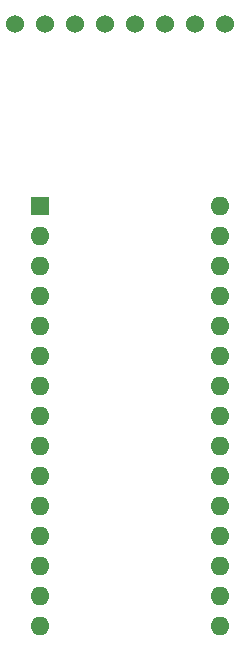
<source format=gbr>
%TF.GenerationSoftware,KiCad,Pcbnew,9.0.6*%
%TF.CreationDate,2025-11-26T06:50:29+05:30*%
%TF.ProjectId,Invis_Pad_Kicad,496e7669-735f-4506-9164-5f4b69636164,rev?*%
%TF.SameCoordinates,Original*%
%TF.FileFunction,Soldermask,Top*%
%TF.FilePolarity,Negative*%
%FSLAX46Y46*%
G04 Gerber Fmt 4.6, Leading zero omitted, Abs format (unit mm)*
G04 Created by KiCad (PCBNEW 9.0.6) date 2025-11-26 06:50:29*
%MOMM*%
%LPD*%
G01*
G04 APERTURE LIST*
%ADD10C,1.524000*%
%ADD11R,1.600000X1.600000*%
%ADD12O,1.600000X1.600000*%
G04 APERTURE END LIST*
D10*
%TO.C,U1*%
X172117000Y-89255000D03*
X174657000Y-89255000D03*
X177197000Y-89255000D03*
X179737000Y-89255000D03*
X182277000Y-89255000D03*
X184817000Y-89255000D03*
X187357000Y-89255000D03*
X189897000Y-89255000D03*
%TD*%
D11*
%TO.C,A1*%
X174260000Y-104640000D03*
D12*
X174260000Y-107180000D03*
X174260000Y-109720000D03*
X174260000Y-112260000D03*
X174260000Y-114800000D03*
X174260000Y-117340000D03*
X174260000Y-119880000D03*
X174260000Y-122420000D03*
X174260000Y-124960000D03*
X174260000Y-127500000D03*
X174260000Y-130040000D03*
X174260000Y-132580000D03*
X174260000Y-135120000D03*
X174260000Y-137660000D03*
X174260000Y-140200000D03*
X189500000Y-140200000D03*
X189500000Y-137660000D03*
X189500000Y-135120000D03*
X189500000Y-132580000D03*
X189500000Y-130040000D03*
X189500000Y-127500000D03*
X189500000Y-124960000D03*
X189500000Y-122420000D03*
X189500000Y-119880000D03*
X189500000Y-117340000D03*
X189500000Y-114800000D03*
X189500000Y-112260000D03*
X189500000Y-109720000D03*
X189500000Y-107180000D03*
X189500000Y-104640000D03*
%TD*%
M02*

</source>
